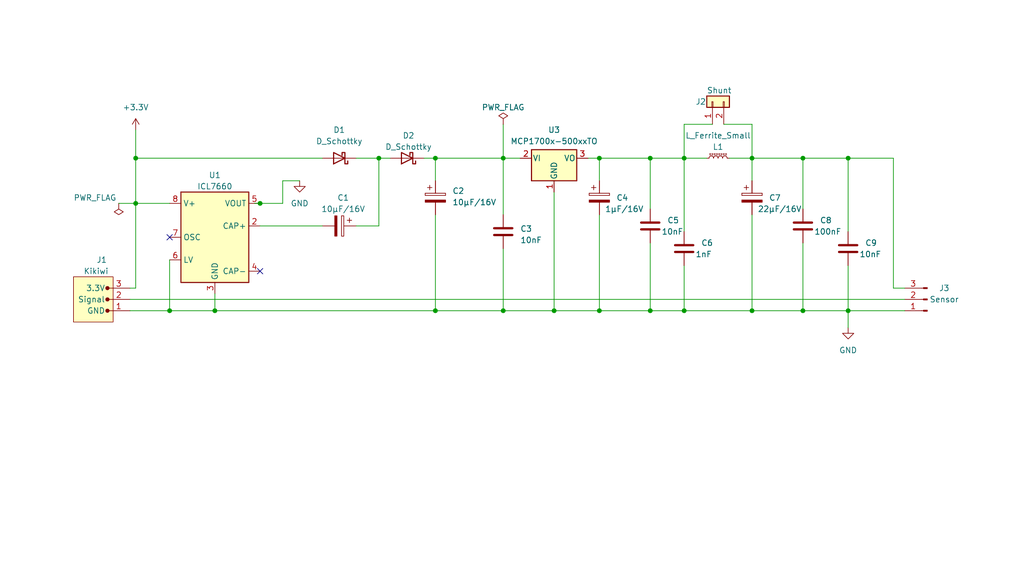
<source format=kicad_sch>
(kicad_sch (version 20230121) (generator eeschema)
  (paper "User" 229.997 129.997)
  (title_block (title "UBPE 3v3 to 5v power supply (THT version)") (date "2023-12-11") (rev "1.1") (company "L0AD") (comment 1 "connected to CNES Kikiwi board, 3.3V") (comment 2 "3v3 to 5v power supply board"))
  (lib_symbols
    (symbol "Connector:Conn_01x03_Pin" (pin_names (offset 1.016) hide)
      (property "Reference" "J" (at 0 5.08 0))
      (property "Value" "Conn_01x03_Pin" (at 0 -5.08 0))
      (symbol "Conn_01x03_Pin_1_1"
        (polyline (pts (xy 1.27 -2.54) (xy 0.8636 -2.54)) (stroke (width 0.1524)))
        (polyline (pts (xy 1.27 0) (xy 0.8636 0)) (stroke (width 0.1524)))
        (polyline (pts (xy 1.27 2.54) (xy 0.8636 2.54)) (stroke (width 0.1524)))
        (rectangle (start 0.8636 -2.413) (end 0 -2.667) (stroke (width 0.1524)) (fill (type outline)))
        (rectangle (start 0.8636 0.127) (end 0 -0.127) (stroke (width 0.1524)) (fill (type outline)))
        (rectangle (start 0.8636 2.667) (end 0 2.413) (stroke (width 0.1524)) (fill (type outline)))
        (pin passive line (at 5.08 2.54 180) (length 3.81) (name "Pin_1") (number "1"))
        (pin passive line (at 5.08 0 180) (length 3.81) (name "Pin_2") (number "2"))
        (pin passive line (at 5.08 -2.54 180) (length 3.81) (name "Pin_3") (number "3"))
      )
    )
    (symbol "Connector_Generic:Conn_01x02" (pin_names (offset 1.016) hide)
      (property "Reference" "J" (at 0 2.54 0))
      (property "Value" "Conn_01x02" (at 0 -5.08 0))
      (symbol "Conn_01x02_1_1"
        (rectangle (start -1.27 -2.413) (end 0 -2.667) (stroke (width 0.1524)))
        (rectangle (start -1.27 0.127) (end 0 -0.127) (stroke (width 0.1524)))
        (rectangle (start -1.27 1.27) (end 1.27 -3.81) (stroke (width 0.254)) (fill (type background)))
        (pin passive line (at -5.08 0 0) (length 3.81) (name "Pin_1") (number "1"))
        (pin passive line (at -5.08 -2.54 0) (length 3.81) (name "Pin_2") (number "2"))
      )
    )
    (symbol "Device:C" (pin_numbers hide) (pin_names (offset 0.254))
      (property "Reference" "C" (at 0.635 2.54 0))
      (property "Value" "C" (at 0.635 -2.54 0))
      (symbol "C_0_1"
        (polyline (pts (xy -2.032 -0.762) (xy 2.032 -0.762)) (stroke (width 0.508)))
        (polyline (pts (xy -2.032 0.762) (xy 2.032 0.762)) (stroke (width 0.508)))
      )
      (symbol "C_1_1"
        (pin passive line (at 0 3.81 270) (length 2.794) (name "~") (number "1"))
        (pin passive line (at 0 -3.81 90) (length 2.794) (name "~") (number "2"))
      )
    )
    (symbol "Device:C_Polarized" (pin_numbers hide) (pin_names (offset 0.254))
      (property "Reference" "C" (at 0.635 2.54 0))
      (property "Value" "C_Polarized" (at 0.635 -2.54 0))
      (symbol "C_Polarized_0_1"
        (rectangle (start -2.286 0.508) (end 2.286 1.016))
        (polyline (pts (xy -1.778 2.286) (xy -0.762 2.286)))
        (polyline (pts (xy -1.27 2.794) (xy -1.27 1.778)))
        (rectangle (start 2.286 -0.508) (end -2.286 -1.016) (fill (type outline)))
      )
      (symbol "C_Polarized_1_1"
        (pin passive line (at 0 3.81 270) (length 2.794) (name "~") (number "1"))
        (pin passive line (at 0 -3.81 90) (length 2.794) (name "~") (number "2"))
      )
    )
    (symbol "Device:D_Schottky" (pin_numbers hide) (pin_names (offset 1.016) hide)
      (property "Reference" "D" (at 0 2.54 0))
      (property "Value" "D_Schottky" (at 0 -2.54 0))
      (symbol "D_Schottky_0_1"
        (polyline (pts (xy 1.27 0) (xy -1.27 0)))
        (polyline (pts (xy 1.27 1.27) (xy 1.27 -1.27) (xy -1.27 0) (xy 1.27 1.27)) (stroke (width 0.254)))
        (polyline (pts (xy -1.905 0.635) (xy -1.905 1.27) (xy -1.27 1.27) (xy -1.27 -1.27) (xy -0.635 -1.27) (xy -0.635 -0.635)) (stroke (width 0.254)))
      )
      (symbol "D_Schottky_1_1"
        (pin passive line (at -3.81 0 0) (length 2.54) (name "K") (number "1"))
        (pin passive line (at 3.81 0 180) (length 2.54) (name "A") (number "2"))
      )
    )
    (symbol "Device:L_Ferrite_Small" (pin_numbers hide) (pin_names (offset 0.254) hide)
      (property "Reference" "L" (at 1.27 1.016 0))
      (property "Value" "L_Ferrite_Small" (at 1.27 -1.27 0))
      (symbol "L_Ferrite_Small_0_1"
        (arc (start 0 -2.032) (mid 0.5058 -1.524) (end 0 -1.016))
        (arc (start 0 -1.016) (mid 0.5058 -0.508) (end 0 0))
        (polyline (pts (xy 0.762 -1.905) (xy 0.762 -1.651)))
        (polyline (pts (xy 0.762 -1.397) (xy 0.762 -1.143)))
        (polyline (pts (xy 0.762 -0.889) (xy 0.762 -0.635)))
        (polyline (pts (xy 0.762 -0.381) (xy 0.762 -0.127)))
        (polyline (pts (xy 0.762 0.127) (xy 0.762 0.381)))
        (polyline (pts (xy 0.762 0.635) (xy 0.762 0.889)))
        (polyline (pts (xy 0.762 1.143) (xy 0.762 1.397)))
        (polyline (pts (xy 0.762 1.651) (xy 0.762 1.905)))
        (polyline (pts (xy 1.016 -1.651) (xy 1.016 -1.905)))
        (polyline (pts (xy 1.016 -1.143) (xy 1.016 -1.397)))
        (polyline (pts (xy 1.016 -0.635) (xy 1.016 -0.889)))
        (polyline (pts (xy 1.016 -0.127) (xy 1.016 -0.381)))
        (polyline (pts (xy 1.016 0.381) (xy 1.016 0.127)))
        (polyline (pts (xy 1.016 0.889) (xy 1.016 0.635)))
        (polyline (pts (xy 1.016 1.397) (xy 1.016 1.143)))
        (polyline (pts (xy 1.016 1.905) (xy 1.016 1.651)))
        (arc (start 0 0) (mid 0.5058 0.508) (end 0 1.016))
        (arc (start 0 1.016) (mid 0.5058 1.524) (end 0 2.032))
      )
      (symbol "L_Ferrite_Small_1_1"
        (pin passive line (at 0 2.54 270) (length 0.508) (name "~") (number "1"))
        (pin passive line (at 0 -2.54 90) (length 0.508) (name "~") (number "2"))
      )
    )
    (symbol "PCM_L0AD:JST_Kikiwi"
      (property "Reference" "J" (at 0 8.89 0))
      (property "Value" "Kikiwi" (at 1.27 6.35 0))
      (symbol "JST_Kikiwi_0_1"
        (circle (center -1.27 -2.54) (radius 0.381) (fill (type outline)))
        (circle (center -1.27 0) (radius 0.381) (fill (type outline)))
        (circle (center -1.27 2.54) (radius 0.381) (fill (type outline)))
      )
      (symbol "JST_Kikiwi_1_1"
        (rectangle (start -2.54 5.08) (end 6.35 -5.08) (fill (type background)))
        (pin passive line (at -6.35 -2.54 0) (length 5.08) (name "GND") (number "1"))
        (pin passive line (at -6.35 0 0) (length 5.08) (name "Signal") (number "2"))
        (pin passive line (at -6.35 2.54 0) (length 5.08) (name "3.3V") (number "3"))
      )
    )
    (symbol "Regulator_Linear:MCP1700x-500xxTO" (pin_names (offset 0.254))
      (property "Reference" "U" (at -3.81 -3.175 0))
      (property "Value" "MCP1700x-500xxTO" (at 0 -3.175 0))
      (symbol "MCP1700x-500xxTO_0_1"
        (rectangle (start -5.08 5.08) (end 5.08 -1.905) (stroke (width 0.254)) (fill (type background)))
      )
      (symbol "MCP1700x-500xxTO_1_1"
        (pin power_in line (at 0 7.62 270) (length 2.54) (name "GND") (number "1"))
        (pin power_in line (at -7.62 0 0) (length 2.54) (name "VI") (number "2"))
        (pin power_out line (at 7.62 0 180) (length 2.54) (name "VO") (number "3"))
      )
    )
    (symbol "Regulator_SwitchedCapacitor:ICL7660"
      (property "Reference" "U" (at -6.35 11.43 0))
      (property "Value" "ICL7660" (at 3.81 11.43 0))
      (symbol "ICL7660_0_1"
        (rectangle (start -7.62 10.16) (end 7.62 -10.16) (stroke (width 0.254)) (fill (type background)))
      )
      (symbol "ICL7660_1_1"
        (pin no_connect line (at -7.62 5.08 0) (length 2.54) hide (name "NC") (number "1"))
        (pin input line (at 10.16 2.54 180) (length 2.54) (name "CAP+") (number "2"))
        (pin power_in line (at 0 -12.7 90) (length 2.54) (name "GND") (number "3"))
        (pin input line (at 10.16 -7.62 180) (length 2.54) (name "CAP-") (number "4"))
        (pin power_out line (at 10.16 7.62 180) (length 2.54) (name "VOUT") (number "5"))
        (pin input line (at -10.16 -5.08 0) (length 2.54) (name "LV") (number "6"))
        (pin input line (at -10.16 0 0) (length 2.54) (name "OSC") (number "7"))
        (pin power_in line (at -10.16 7.62 0) (length 2.54) (name "V+") (number "8"))
      )
    )
    (symbol "power:+3.3V" (power) (pin_names (offset 0))
      (property "Value" "+3.3V" (at 0 3.556 0))
      (symbol "+3.3V_0_1"
        (polyline (pts (xy -0.762 1.27) (xy 0 2.54)))
        (polyline (pts (xy 0 0) (xy 0 2.54)))
        (polyline (pts (xy 0 2.54) (xy 0.762 1.27)))
      )
      (symbol "+3.3V_1_1"
        (pin power_in line (at 0 0 90) (length 0) hide (name "+3.3V") (number "1"))
      )
    )
    (symbol "power:GND" (power) (pin_names (offset 0))
      (property "Value" "GND" (at 0 -3.81 0))
      (symbol "GND_0_1"
        (polyline (pts (xy 0 0) (xy 0 -1.27) (xy 1.27 -1.27) (xy 0 -2.54) (xy -1.27 -1.27) (xy 0 -1.27)))
      )
      (symbol "GND_1_1"
        (pin power_in line (at 0 0 270) (length 0) hide (name "GND") (number "1"))
      )
    )
    (symbol "power:PWR_FLAG" (power) (pin_numbers hide) (pin_names (offset 0) hide)
      (property "Value" "PWR_FLAG" (at 0 3.81 0))
      (symbol "PWR_FLAG_0_0"
        (pin power_out line (at 0 0 90) (length 0) (name "pwr") (number "1"))
      )
      (symbol "PWR_FLAG_0_1"
        (polyline (pts (xy 0 0) (xy 0 1.27) (xy -1.016 1.905) (xy 0 2.54) (xy 1.016 1.905) (xy 0 1.27)))
      )
    )
  )
  (junction (at 30.48 35.56))
  (junction (at 113.03 35.56))
  (junction (at 168.91 35.56))
  (junction (at 30.48 45.72))
  (junction (at 113.03 69.85))
  (junction (at 97.79 69.85))
  (junction (at 168.91 69.85))
  (junction (at 38.1 69.85))
  (junction (at 190.5 69.85))
  (junction (at 190.5 35.56))
  (junction (at 153.67 35.56))
  (junction (at 146.05 35.56))
  (junction (at 146.05 69.85))
  (junction (at 48.26 69.85))
  (junction (at 58.42 45.72))
  (junction (at 134.62 69.85))
  (junction (at 153.67 69.85))
  (junction (at 134.62 35.56))
  (junction (at 180.34 69.85))
  (junction (at 124.46 69.85))
  (junction (at 97.79 35.56))
  (junction (at 85.09 35.56))
  (junction (at 180.34 35.56))
  (no_connect (at 58.42 60.96))
  (no_connect (at 38.1 53.34))
  (wire (pts (xy 134.62 35.56) (xy 146.05 35.56)))
  (wire (pts (xy 153.67 69.85) (xy 168.91 69.85)))
  (wire (pts (xy 168.91 27.94) (xy 168.91 35.56)))
  (wire (pts (xy 124.46 69.85) (xy 113.03 69.85)))
  (wire (pts (xy 190.5 69.85) (xy 203.2 69.85)))
  (wire (pts (xy 85.09 35.56) (xy 85.09 50.8)))
  (wire (pts (xy 113.03 55.88) (xy 113.03 69.85)))
  (wire (pts (xy 146.05 54.61) (xy 146.05 69.85)))
  (wire (pts (xy 163.83 35.56) (xy 168.91 35.56)))
  (wire (pts (xy 153.67 27.94) (xy 160.02 27.94)))
  (wire (pts (xy 132.08 35.56) (xy 134.62 35.56)))
  (wire (pts (xy 134.62 35.56) (xy 134.62 40.64)))
  (wire (pts (xy 168.91 35.56) (xy 168.91 40.64)))
  (wire (pts (xy 30.48 35.56) (xy 72.39 35.56)))
  (wire (pts (xy 153.67 27.94) (xy 153.67 35.56)))
  (wire (pts (xy 29.21 67.31) (xy 203.2 67.31)))
  (wire (pts (xy 30.48 29.21) (xy 30.48 35.56)))
  (wire (pts (xy 80.01 50.8) (xy 85.09 50.8)))
  (wire (pts (xy 38.1 69.85) (xy 48.26 69.85)))
  (wire (pts (xy 58.42 50.8) (xy 72.39 50.8)))
  (wire (pts (xy 48.26 69.85) (xy 97.79 69.85)))
  (wire (pts (xy 38.1 58.42) (xy 38.1 69.85)))
  (wire (pts (xy 180.34 35.56) (xy 190.5 35.56)))
  (wire (pts (xy 190.5 69.85) (xy 190.5 73.66)))
  (wire (pts (xy 146.05 69.85) (xy 134.62 69.85)))
  (wire (pts (xy 146.05 35.56) (xy 153.67 35.56)))
  (wire (pts (xy 153.67 59.69) (xy 153.67 69.85)))
  (wire (pts (xy 97.79 48.26) (xy 97.79 69.85)))
  (wire (pts (xy 30.48 45.72) (xy 38.1 45.72)))
  (wire (pts (xy 153.67 35.56) (xy 158.75 35.56)))
  (wire (pts (xy 57.15 45.72) (xy 58.42 45.72)))
  (wire (pts (xy 58.42 45.72) (xy 63.5 45.72)))
  (wire (pts (xy 113.03 27.94) (xy 113.03 35.56)))
  (wire (pts (xy 146.05 35.56) (xy 146.05 46.99)))
  (wire (pts (xy 180.34 69.85) (xy 190.5 69.85)))
  (wire (pts (xy 134.62 48.26) (xy 134.62 69.85)))
  (wire (pts (xy 134.62 69.85) (xy 124.46 69.85)))
  (wire (pts (xy 146.05 69.85) (xy 153.67 69.85)))
  (wire (pts (xy 162.56 27.94) (xy 168.91 27.94)))
  (wire (pts (xy 80.01 35.56) (xy 85.09 35.56)))
  (wire (pts (xy 30.48 64.77) (xy 30.48 45.72)))
  (wire (pts (xy 85.09 35.56) (xy 87.63 35.56)))
  (wire (pts (xy 153.67 35.56) (xy 153.67 52.07)))
  (wire (pts (xy 63.5 40.64) (xy 67.31 40.64)))
  (wire (pts (xy 168.91 48.26) (xy 168.91 69.85)))
  (wire (pts (xy 200.66 35.56) (xy 200.66 64.77)))
  (wire (pts (xy 97.79 35.56) (xy 97.79 40.64)))
  (wire (pts (xy 29.21 64.77) (xy 30.48 64.77)))
  (wire (pts (xy 190.5 52.07) (xy 190.5 35.56)))
  (wire (pts (xy 113.03 69.85) (xy 97.79 69.85)))
  (wire (pts (xy 63.5 40.64) (xy 63.5 45.72)))
  (wire (pts (xy 95.25 35.56) (xy 97.79 35.56)))
  (wire (pts (xy 190.5 59.69) (xy 190.5 69.85)))
  (wire (pts (xy 26.67 45.72) (xy 30.48 45.72)))
  (wire (pts (xy 97.79 35.56) (xy 113.03 35.56)))
  (wire (pts (xy 29.21 69.85) (xy 38.1 69.85)))
  (wire (pts (xy 200.66 64.77) (xy 203.2 64.77)))
  (wire (pts (xy 124.46 43.18) (xy 124.46 69.85)))
  (wire (pts (xy 48.26 69.85) (xy 48.26 66.04)))
  (wire (pts (xy 168.91 69.85) (xy 180.34 69.85)))
  (wire (pts (xy 190.5 35.56) (xy 200.66 35.56)))
  (wire (pts (xy 168.91 35.56) (xy 180.34 35.56)))
  (wire (pts (xy 180.34 54.61) (xy 180.34 69.85)))
  (wire (pts (xy 113.03 35.56) (xy 113.03 48.26)))
  (wire (pts (xy 180.34 35.56) (xy 180.34 46.99)))
  (wire (pts (xy 30.48 35.56) (xy 30.48 45.72)))
  (wire (pts (xy 113.03 35.56) (xy 116.84 35.56)))
  (symbol (lib_id "Device:C") (at 180.34 50.8 0) (unit 1)
    (property "Reference" "C8" (at 184.15 49.53 0) (effects (justify left)))
    (property "Value" "100nF" (at 182.88 52.07 0) (effects (justify left)))
    (property "Footprint" "Capacitor_THT:C_Rect_L7.0mm_W2.0mm_P5.00mm" (effects hide))
  )
  (symbol (lib_id "Device:C") (at 113.03 52.07 0) (unit 1)
    (property "Reference" "C3" (at 116.84 51.435 0) (effects (justify left)))
    (property "Value" "10nF" (at 116.84 53.975 0) (effects (justify left)))
    (property "Footprint" "Capacitor_THT:C_Disc_D4.7mm_W2.5mm_P5.00mm" (effects hide))
  )
  (symbol (lib_id "Device:D_Schottky") (at 91.44 35.56 180) (unit 1)
    (property "Reference" "D2" (at 91.7575 30.48 0))
    (property "Value" "D_Schottky" (at 91.7575 33.02 0))
    (property "Footprint" "Diode_THT:D_T-1_P5.08mm_Horizontal" (effects hide))
  )
  (symbol (lib_id "Device:L_Ferrite_Small") (at 161.29 35.56 90) (unit 1)
    (property "Reference" "L1" (at 161.29 33.02 90))
    (property "Value" "L_Ferrite_Small" (at 161.29 30.48 90))
    (property "Footprint" "Inductor_SMD:L_1206_3216Metric_Pad1.42x1.75mm_HandSolder" (effects hide))
  )
  (symbol (lib_id "Device:C_Polarized") (at 168.91 44.45 0) (unit 1)
    (property "Reference" "C7" (at 172.72 44.45 0) (effects (justify left)))
    (property "Value" "22µF/16V" (at 170.18 46.99 0) (effects (justify left)))
    (property "Footprint" "Capacitor_THT:CP_Radial_Tantal_D5.0mm_P2.50mm" (effects hide))
  )
  (symbol (lib_id "Device:C") (at 153.67 55.88 0) (unit 1)
    (property "Reference" "C6" (at 157.48 54.61 0) (effects (justify left)))
    (property "Value" "1nF" (at 156.21 57.15 0) (effects (justify left)))
    (property "Footprint" "Capacitor_THT:C_Rect_L7.0mm_W2.0mm_P5.00mm" (effects hide))
  )
  (symbol (lib_id "Device:C_Polarized") (at 76.2 50.8 270) (unit 1)
    (property "Reference" "C1" (at 77.089 44.45 90))
    (property "Value" "10µF/16V" (at 77.089 46.99 90))
    (property "Footprint" "Capacitor_THT:CP_Radial_Tantal_D4.5mm_P2.50mm" (effects hide))
  )
  (symbol (lib_id "Device:C") (at 146.05 50.8 0) (unit 1)
    (property "Reference" "C5" (at 149.86 49.53 0) (effects (justify left)))
    (property "Value" "10nF" (at 148.59 52.07 0) (effects (justify left)))
    (property "Footprint" "Capacitor_THT:C_Disc_D4.7mm_W2.5mm_P5.00mm" (effects hide))
  )
  (symbol (lib_id "Device:C_Polarized") (at 97.79 44.45 0) (unit 1)
    (property "Reference" "C2" (at 101.6 42.926 0) (effects (justify left)))
    (property "Value" "10µF/16V" (at 101.6 45.466 0) (effects (justify left)))
    (property "Footprint" "Capacitor_THT:CP_Radial_Tantal_D4.5mm_P2.50mm" (effects hide))
  )
  (symbol (lib_id "Regulator_SwitchedCapacitor:ICL7660") (at 48.26 53.34 0) (unit 1)
    (property "Reference" "U1" (at 48.26 39.37 0))
    (property "Value" "ICL7660" (at 48.26 41.91 0))
    (property "Footprint" "Package_DIP:DIP-8_W7.62mm" (effects hide))
    (property "Datasheet" "http://datasheets.maximintegrated.com/en/ds/ICL7660-MAX1044.pdf" (effects hide))
  )
  (symbol (lib_id "PCM_L0AD:JST_Kikiwi") (at 22.86 67.31 0) (mirror y) (unit 1)
    (property "Reference" "J1" (at 22.86 58.42 0))
    (property "Value" "Kikiwi" (at 21.59 60.96 0))
    (property "Footprint" "Connector_JST:JST_XH_B3B-XH-A_1x03_P2.50mm_Vertical" (effects hide))
  )
  (symbol (lib_id "power:+3.3V") (at 30.48 29.21 0) (unit 1)
    (property "Reference" "#PWR0102" (effects hide))
    (property "Value" "+3.3V" (at 30.48 24.13 0))
  )
  (symbol (lib_id "power:PWR_FLAG") (at 26.67 45.72 180) (unit 1)
    (property "Reference" "#FLG01" (effects hide))
    (property "Value" "PWR_FLAG" (at 16.51 44.45 0) (effects (justify right)))
  )
  (symbol (lib_id "Device:C") (at 190.5 55.88 0) (unit 1)
    (property "Reference" "C9" (at 194.31 54.61 0) (effects (justify left)))
    (property "Value" "10nF" (at 193.04 57.15 0) (effects (justify left)))
    (property "Footprint" "Capacitor_THT:C_Disc_D4.7mm_W2.5mm_P5.00mm" (effects hide))
  )
  (symbol (lib_id "power:GND") (at 67.31 40.64 0) (unit 1)
    (property "Reference" "#PWR03" (effects hide))
    (property "Value" "GND" (at 67.31 45.72 0))
  )
  (symbol (lib_id "Connector_Generic:Conn_01x02") (at 160.02 22.86 90) (unit 1)
    (property "Reference" "J2" (at 156.21 22.86 90) (effects (justify right)))
    (property "Value" "Shunt" (at 158.75 20.32 90) (effects (justify right)))
    (property "Footprint" "Connector_PinHeader_2.54mm:PinHeader_1x02_P2.54mm_Vertical" (effects hide))
  )
  (symbol (lib_id "Device:C_Polarized") (at 134.62 44.45 0) (unit 1)
    (property "Reference" "C4" (at 138.43 44.45 0) (effects (justify left)))
    (property "Value" "1µF/16V" (at 135.89 46.99 0) (effects (justify left)))
    (property "Footprint" "Capacitor_THT:CP_Radial_Tantal_D4.5mm_P2.50mm" (effects hide))
  )
  (symbol (lib_id "power:PWR_FLAG") (at 113.03 27.94 0) (unit 1)
    (property "Reference" "#FLG02" (effects hide))
    (property "Value" "PWR_FLAG" (at 113.03 24.13 0))
  )
  (symbol (lib_id "Regulator_Linear:MCP1700x-500xxTO") (at 124.46 35.56 0) (mirror x) (unit 1)
    (property "Reference" "U3" (at 124.46 29.21 0))
    (property "Value" "MCP1700x-500xxTO" (at 124.46 31.75 0))
    (property "Footprint" "Package_TO_SOT_THT:TO-92_Inline" (effects hide))
    (property "Datasheet" "http://ww1.microchip.com/downloads/en/DeviceDoc/20001826D.pdf" (effects hide))
  )
  (symbol (lib_id "Connector:Conn_01x03_Pin") (at 208.28 67.31 180) (unit 1)
    (property "Reference" "J3" (at 212.09 64.77 0))
    (property "Value" "Sensor" (at 212.09 67.31 0))
    (property "Footprint" "Connector_JST:JST_XH_B3B-XH-A_1x03_P2.50mm_Vertical" (effects hide))
  )
  (symbol (lib_id "Device:D_Schottky") (at 76.2 35.56 180) (unit 1)
    (property "Reference" "D1" (at 76.2 29.21 0))
    (property "Value" "D_Schottky" (at 76.2 31.75 0))
    (property "Footprint" "Diode_THT:D_T-1_P5.08mm_Horizontal" (effects hide))
  )
  (symbol (lib_id "power:GND") (at 190.5 73.66 0) (unit 1)
    (property "Reference" "#PWR0103" (effects hide))
    (property "Value" "GND" (at 190.5 78.74 0))
  )
)
</source>
